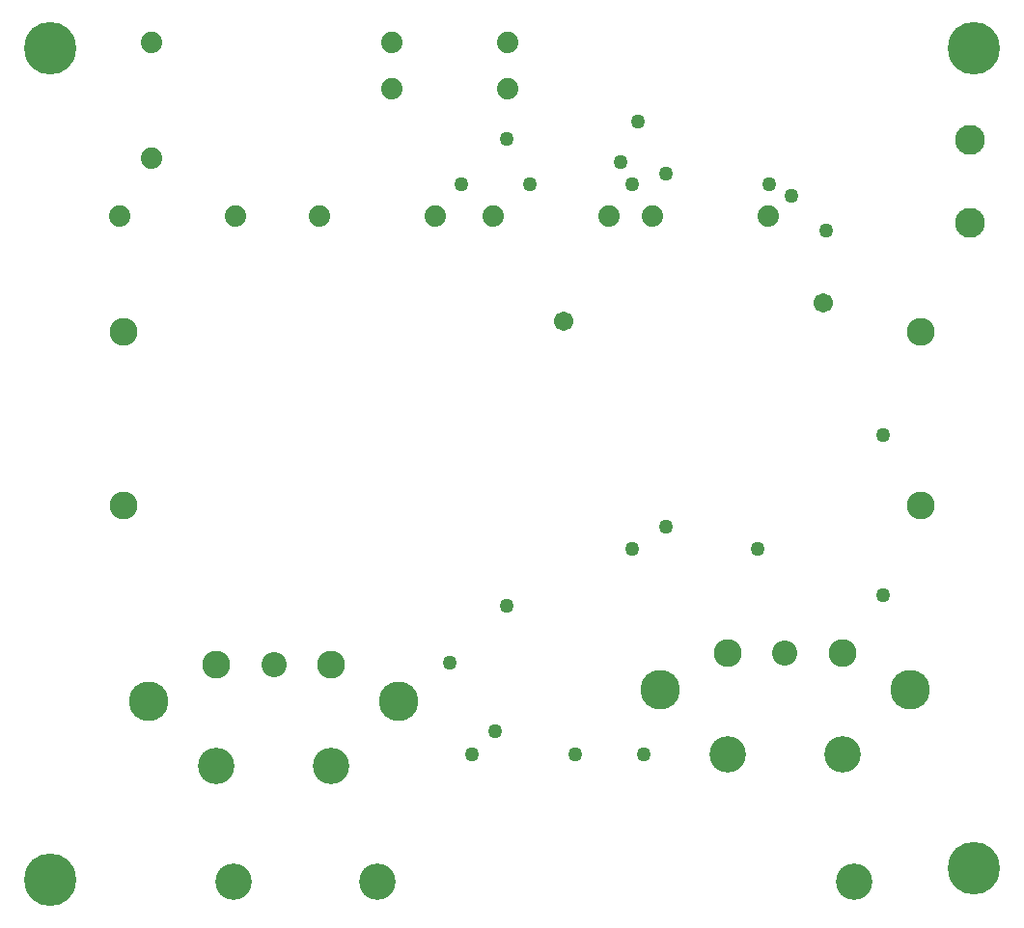
<source format=gbs>
G75*
G70*
%OFA0B0*%
%FSLAX24Y24*%
%IPPOS*%
%LPD*%
%AMOC8*
5,1,8,0,0,1.08239X$1,22.5*
%
%ADD10C,0.1812*%
%ADD11C,0.0966*%
%ADD12C,0.0867*%
%ADD13C,0.1366*%
%ADD14C,0.1261*%
%ADD15C,0.0740*%
%ADD16C,0.1030*%
%ADD17C,0.0496*%
%ADD18C,0.0671*%
D10*
X001756Y002421D03*
X001756Y031162D03*
X033646Y031162D03*
X033646Y002815D03*
D11*
X029103Y010240D03*
X025134Y010240D03*
X031823Y015347D03*
X031823Y021347D03*
X011453Y009847D03*
X007485Y009847D03*
X004264Y015347D03*
X004264Y021347D03*
D12*
X009469Y009847D03*
X027118Y010240D03*
D13*
X022798Y008973D03*
X031439Y008973D03*
X013790Y008579D03*
X005148Y008579D03*
D14*
X007485Y006343D03*
X011453Y006343D03*
X013044Y002347D03*
X008087Y002347D03*
X025134Y006736D03*
X029103Y006736D03*
X029512Y002347D03*
D15*
X026544Y025347D03*
X022544Y025347D03*
X021044Y025347D03*
X017044Y025347D03*
X015044Y025347D03*
X011044Y025347D03*
X008150Y025347D03*
X005225Y027347D03*
X004150Y025347D03*
X005225Y031347D03*
X013544Y031347D03*
X013544Y029740D03*
X017544Y029740D03*
X017544Y031347D03*
D16*
X033512Y027996D03*
X033512Y025122D03*
D17*
X028528Y024862D03*
X027347Y026043D03*
X026559Y026437D03*
X023016Y026831D03*
X021835Y026437D03*
X021441Y027225D03*
X022044Y028634D03*
X018292Y026437D03*
X017504Y028012D03*
X015929Y026437D03*
X023016Y014626D03*
X021835Y013839D03*
X026166Y013839D03*
X030496Y012264D03*
X030496Y017776D03*
X022229Y006752D03*
X019866Y006752D03*
X017111Y007540D03*
X016323Y006752D03*
X015536Y009902D03*
X017504Y011870D03*
D18*
X019473Y021713D03*
X028437Y022347D03*
M02*

</source>
